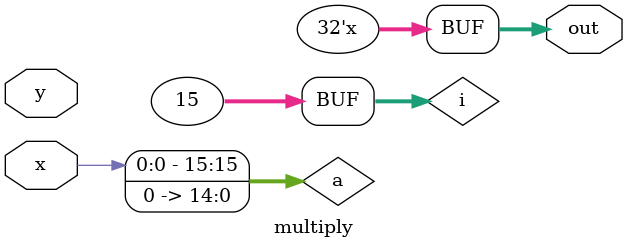
<source format=v>
module multiply(out,x,y);

output [31:0]out;
input [15:0]x,y;
reg [31:0]out = 0;
reg [15:0]a;
integer i;

always@(x,y)
begin
  a=x;
 for(i=0;i<15;i=i+1)
  begin
   if(y[i])
     begin
     out=out+a; 
     end
     a=a<<1;
  end
end
endmodule

</source>
